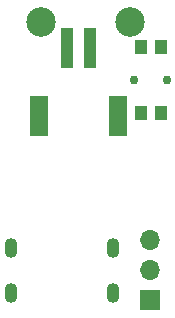
<source format=gbs>
G04 #@! TF.GenerationSoftware,KiCad,Pcbnew,8.0.1*
G04 #@! TF.CreationDate,2024-12-14T14:03:44-06:00*
G04 #@! TF.ProjectId,SD_ProtoBoard,53445f50-726f-4746-9f42-6f6172642e6b,rev?*
G04 #@! TF.SameCoordinates,Original*
G04 #@! TF.FileFunction,Soldermask,Bot*
G04 #@! TF.FilePolarity,Negative*
%FSLAX46Y46*%
G04 Gerber Fmt 4.6, Leading zero omitted, Abs format (unit mm)*
G04 Created by KiCad (PCBNEW 8.0.1) date 2024-12-14 14:03:44*
%MOMM*%
%LPD*%
G01*
G04 APERTURE LIST*
%ADD10C,2.500000*%
%ADD11O,1.100000X1.700000*%
%ADD12R,1.700000X1.700000*%
%ADD13O,1.700000X1.700000*%
%ADD14R,1.000000X1.200000*%
%ADD15C,0.750000*%
%ADD16R,1.000000X3.500000*%
%ADD17R,1.500000X3.400000*%
G04 APERTURE END LIST*
D10*
G04 #@! TO.C,X1*
X135870000Y-93350000D03*
X143370000Y-93350000D03*
G04 #@! TD*
D11*
G04 #@! TO.C,J3*
X133270000Y-112530000D03*
X133270000Y-116330000D03*
X141910000Y-112530000D03*
X141910000Y-116330000D03*
G04 #@! TD*
D12*
G04 #@! TO.C,J1*
X145080000Y-116940000D03*
D13*
X145080000Y-114400000D03*
X145080000Y-111860000D03*
G04 #@! TD*
D14*
G04 #@! TO.C,S1*
X145970000Y-95500000D03*
X144270000Y-95500000D03*
X145970000Y-101100000D03*
X144270000Y-101100000D03*
D15*
X146495000Y-98300000D03*
X143745000Y-98300000D03*
G04 #@! TD*
D16*
G04 #@! TO.C,J4*
X140010000Y-95560000D03*
X138010000Y-95560000D03*
D17*
X142360000Y-101310000D03*
X135660000Y-101310000D03*
G04 #@! TD*
M02*

</source>
